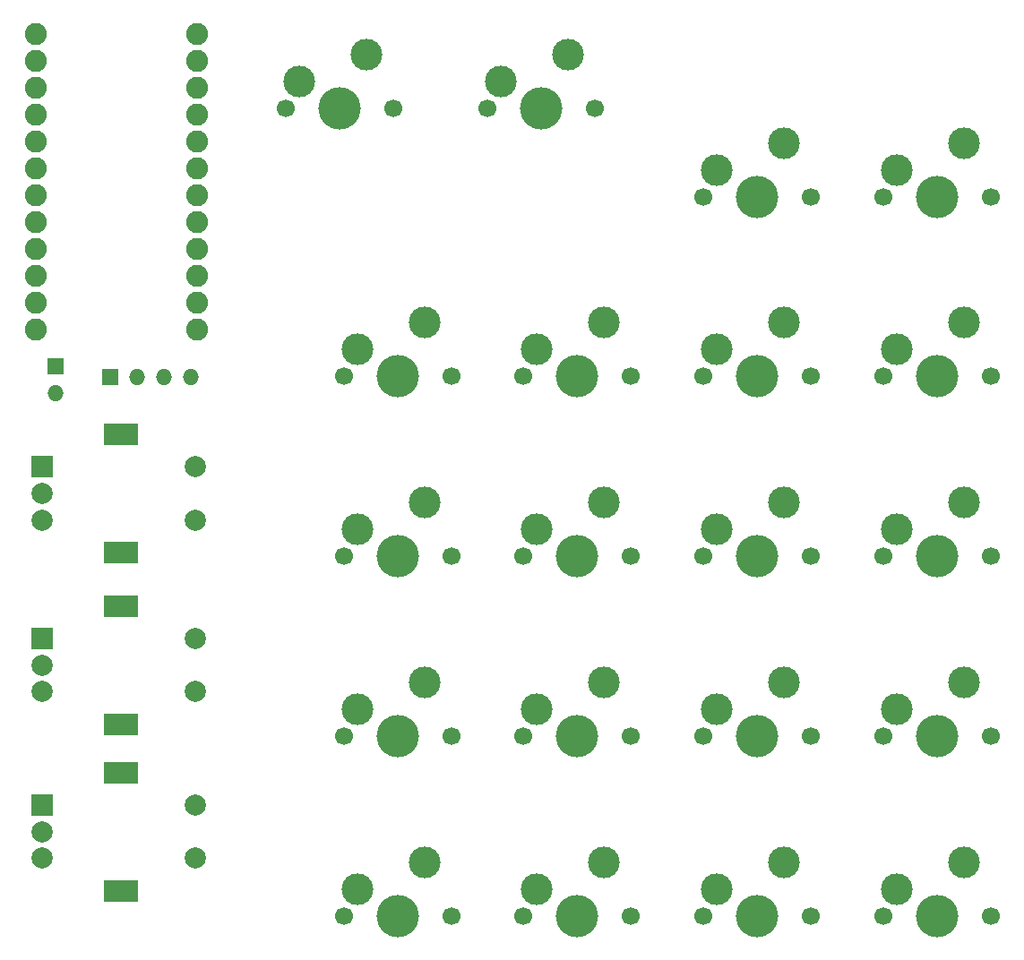
<source format=gts>
%TF.GenerationSoftware,KiCad,Pcbnew,(5.1.10)-1*%
%TF.CreationDate,2021-08-08T16:05:11+01:00*%
%TF.ProjectId,bongopad,626f6e67-6f70-4616-942e-6b696361645f,1*%
%TF.SameCoordinates,PXb71b00PYb71b00*%
%TF.FileFunction,Soldermask,Top*%
%TF.FilePolarity,Negative*%
%FSLAX46Y46*%
G04 Gerber Fmt 4.6, Leading zero omitted, Abs format (unit mm)*
G04 Created by KiCad (PCBNEW (5.1.10)-1) date 2021-08-08 16:05:11*
%MOMM*%
%LPD*%
G01*
G04 APERTURE LIST*
%ADD10C,2.082800*%
%ADD11O,1.524000X1.524000*%
%ADD12R,1.524000X1.524000*%
%ADD13C,2.000000*%
%ADD14R,3.200000X2.000000*%
%ADD15R,2.000000X2.000000*%
%ADD16C,1.700000*%
%ADD17C,3.000000*%
%ADD18C,4.000000*%
G04 APERTURE END LIST*
D10*
%TO.C,MCU1*%
X17370000Y-3800000D03*
X17370000Y-6340000D03*
X17370000Y-8880000D03*
X17370000Y-11420000D03*
X17370000Y-13960000D03*
X17370000Y-16500000D03*
X17370000Y-19040000D03*
X17370000Y-21580000D03*
X17370000Y-24120000D03*
X17370000Y-26660000D03*
X17370000Y-29200000D03*
X17370000Y-31740000D03*
X2130000Y-31740000D03*
X2130000Y-29200000D03*
X2130000Y-26660000D03*
X2130000Y-24120000D03*
X2130000Y-21580000D03*
X2130000Y-19040000D03*
X2130000Y-16500000D03*
X2130000Y-13960000D03*
X2130000Y-11420000D03*
X2130000Y-8880000D03*
X2130000Y-6340000D03*
X2130000Y-3800000D03*
%TD*%
D11*
%TO.C,J2*%
X4000000Y-37770000D03*
D12*
X4000000Y-35230000D03*
%TD*%
D13*
%TO.C,ROT3*%
X17250000Y-81750000D03*
X17250000Y-76750000D03*
D14*
X10250000Y-84850000D03*
X10250000Y-73650000D03*
D13*
X2750000Y-81750000D03*
X2750000Y-79250000D03*
D15*
X2750000Y-76750000D03*
%TD*%
D13*
%TO.C,ROT2*%
X17250000Y-66000000D03*
X17250000Y-61000000D03*
D14*
X10250000Y-69100000D03*
X10250000Y-57900000D03*
D13*
X2750000Y-66000000D03*
X2750000Y-63500000D03*
D15*
X2750000Y-61000000D03*
%TD*%
D13*
%TO.C,ROT1*%
X17250000Y-49750000D03*
X17250000Y-44750000D03*
D14*
X10250000Y-52850000D03*
X10250000Y-41650000D03*
D13*
X2750000Y-49750000D03*
X2750000Y-47250000D03*
D15*
X2750000Y-44750000D03*
%TD*%
D16*
%TO.C,K1*%
X35915000Y-10815000D03*
X25755000Y-10815000D03*
D17*
X33375000Y-5735000D03*
X27025000Y-8275000D03*
D18*
X30835000Y-10815000D03*
%TD*%
D16*
%TO.C,K2*%
X54980000Y-10820000D03*
X44820000Y-10820000D03*
D17*
X52440000Y-5740000D03*
X46090000Y-8280000D03*
D18*
X49900000Y-10820000D03*
%TD*%
D16*
%TO.C,K6*%
X58430000Y-36200000D03*
X48270000Y-36200000D03*
D17*
X55890000Y-31120000D03*
X49540000Y-33660000D03*
D18*
X53350000Y-36200000D03*
%TD*%
D16*
%TO.C,K8*%
X92430000Y-36200000D03*
X82270000Y-36200000D03*
D17*
X89890000Y-31120000D03*
X83540000Y-33660000D03*
D18*
X87350000Y-36200000D03*
%TD*%
D16*
%TO.C,K10*%
X58430000Y-53200000D03*
X48270000Y-53200000D03*
D17*
X55890000Y-48120000D03*
X49540000Y-50660000D03*
D18*
X53350000Y-53200000D03*
%TD*%
D11*
%TO.C,J1*%
X16810000Y-36250000D03*
D12*
X9190000Y-36250000D03*
D11*
X11730000Y-36250000D03*
X14270000Y-36250000D03*
%TD*%
D16*
%TO.C,K3*%
X75430000Y-19200000D03*
X65270000Y-19200000D03*
D17*
X72890000Y-14120000D03*
X66540000Y-16660000D03*
D18*
X70350000Y-19200000D03*
%TD*%
D16*
%TO.C,K4*%
X92430000Y-19200000D03*
X82270000Y-19200000D03*
D17*
X89890000Y-14120000D03*
X83540000Y-16660000D03*
D18*
X87350000Y-19200000D03*
%TD*%
D16*
%TO.C,K5*%
X41430000Y-36200000D03*
X31270000Y-36200000D03*
D17*
X38890000Y-31120000D03*
X32540000Y-33660000D03*
D18*
X36350000Y-36200000D03*
%TD*%
D16*
%TO.C,K7*%
X75430000Y-36200000D03*
X65270000Y-36200000D03*
D17*
X72890000Y-31120000D03*
X66540000Y-33660000D03*
D18*
X70350000Y-36200000D03*
%TD*%
D16*
%TO.C,K9*%
X41430000Y-53200000D03*
X31270000Y-53200000D03*
D17*
X38890000Y-48120000D03*
X32540000Y-50660000D03*
D18*
X36350000Y-53200000D03*
%TD*%
D16*
%TO.C,K13*%
X41430000Y-70200000D03*
X31270000Y-70200000D03*
D17*
X38890000Y-65120000D03*
X32540000Y-67660000D03*
D18*
X36350000Y-70200000D03*
%TD*%
D16*
%TO.C,K14*%
X58430000Y-70200000D03*
X48270000Y-70200000D03*
D17*
X55890000Y-65120000D03*
X49540000Y-67660000D03*
D18*
X53350000Y-70200000D03*
%TD*%
D16*
%TO.C,K15*%
X75430000Y-70200000D03*
X65270000Y-70200000D03*
D17*
X72890000Y-65120000D03*
X66540000Y-67660000D03*
D18*
X70350000Y-70200000D03*
%TD*%
D16*
%TO.C,K17*%
X41430000Y-87200000D03*
X31270000Y-87200000D03*
D17*
X38890000Y-82120000D03*
X32540000Y-84660000D03*
D18*
X36350000Y-87200000D03*
%TD*%
D16*
%TO.C,K18*%
X58430000Y-87200000D03*
X48270000Y-87200000D03*
D17*
X55890000Y-82120000D03*
X49540000Y-84660000D03*
D18*
X53350000Y-87200000D03*
%TD*%
D16*
%TO.C,K19*%
X75430000Y-87200000D03*
X65270000Y-87200000D03*
D17*
X72890000Y-82120000D03*
X66540000Y-84660000D03*
D18*
X70350000Y-87200000D03*
%TD*%
D16*
%TO.C,K20*%
X92430000Y-87200000D03*
X82270000Y-87200000D03*
D17*
X89890000Y-82120000D03*
X83540000Y-84660000D03*
D18*
X87350000Y-87200000D03*
%TD*%
D16*
%TO.C,K12*%
X92430000Y-53200000D03*
X82270000Y-53200000D03*
D17*
X89890000Y-48120000D03*
X83540000Y-50660000D03*
D18*
X87350000Y-53200000D03*
%TD*%
D16*
%TO.C,K11*%
X75430000Y-53200000D03*
X65270000Y-53200000D03*
D17*
X72890000Y-48120000D03*
X66540000Y-50660000D03*
D18*
X70350000Y-53200000D03*
%TD*%
D16*
%TO.C,K16*%
X92430000Y-70200000D03*
X82270000Y-70200000D03*
D17*
X89890000Y-65120000D03*
X83540000Y-67660000D03*
D18*
X87350000Y-70200000D03*
%TD*%
M02*

</source>
